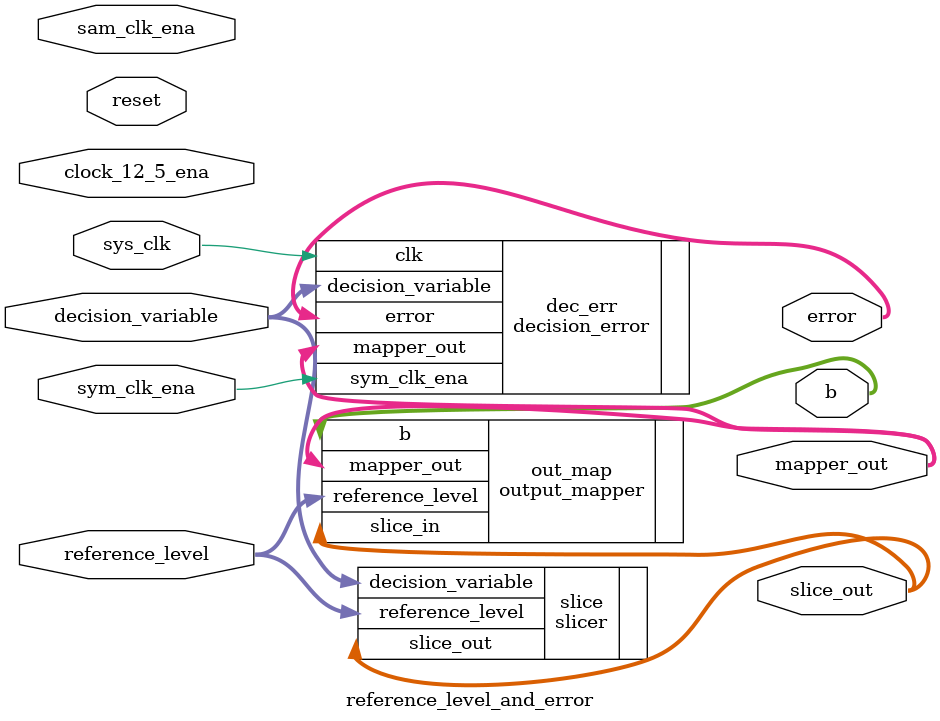
<source format=v>
module reference_level_and_error(
    input wire sys_clk, sam_clk_ena, sym_clk_ena, clock_12_5_ena, reset,
    input wire signed [17:0] reference_level, decision_variable, //1s17

    output wire [1:0] slice_out,
    output wire signed [17:0] b, mapper_out, error//1s17    
    
);


slicer slice(
	.reference_level(reference_level),
	.decision_variable(decision_variable),
	.slice_out(slice_out)

);


output_mapper out_map(
	.reference_level(reference_level),
	.slice_in(slice_out),
	.mapper_out(mapper_out),
	.b(b)
);

decision_error	dec_err(
	.clk(sys_clk),
	.sym_clk_ena(sym_clk_ena),
	.decision_variable(decision_variable),
	.mapper_out(mapper_out),
	.error(error)
);




endmodule
</source>
